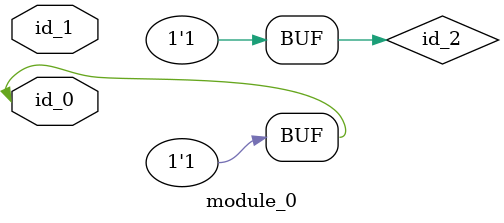
<source format=v>
module module_0 (
    input id_0,
    input id_1
);
  assign id_2 = id_0;
  assign id_2 = 1;
endmodule

</source>
